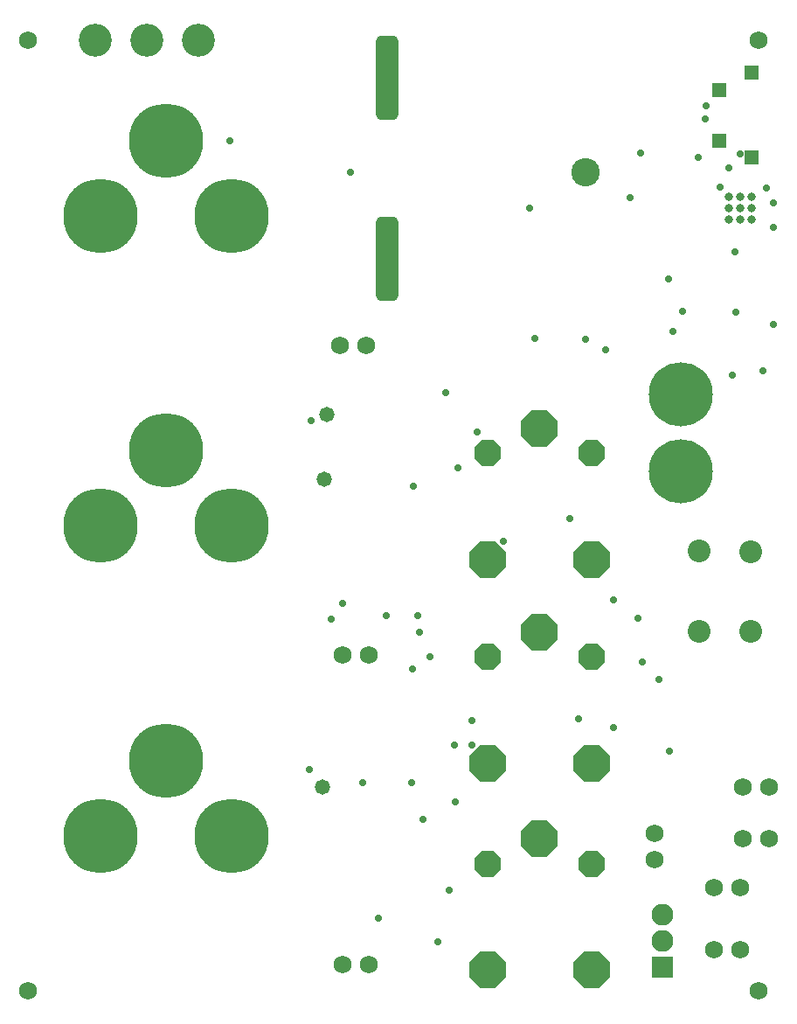
<source format=gbs>
G04 Layer_Color=8150272*
%FSLAX24Y24*%
%MOIN*%
G70*
G01*
G75*
%ADD90C,0.1261*%
%ADD91C,0.0680*%
%ADD92C,0.2836*%
%ADD93C,0.2442*%
%ADD94C,0.0867*%
%ADD95P,0.1098X8X292.5*%
%ADD96P,0.1524X8X292.5*%
%ADD97C,0.1080*%
%ADD98C,0.0830*%
%ADD99R,0.0830X0.0830*%
G04:AMPARAMS|DCode=100|XSize=323mil|YSize=86.7mil|CornerRadius=23.7mil|HoleSize=0mil|Usage=FLASHONLY|Rotation=270.000|XOffset=0mil|YOffset=0mil|HoleType=Round|Shape=RoundedRectangle|*
%AMROUNDEDRECTD100*
21,1,0.3230,0.0394,0,0,270.0*
21,1,0.2756,0.0867,0,0,270.0*
1,1,0.0474,-0.0197,-0.1378*
1,1,0.0474,-0.0197,0.1378*
1,1,0.0474,0.0197,0.1378*
1,1,0.0474,0.0197,-0.1378*
%
%ADD100ROUNDEDRECTD100*%
%ADD101R,0.0580X0.0580*%
%ADD102C,0.0277*%
%ADD103C,0.0580*%
%ADD104C,0.0316*%
D90*
X17323Y47244D02*
D03*
X15354D02*
D03*
X13386D02*
D03*
D91*
X38681Y11024D02*
D03*
X38000Y12598D02*
D03*
X37000D02*
D03*
X38000Y14961D02*
D03*
X37000D02*
D03*
X38681Y47244D02*
D03*
X10827D02*
D03*
X23819Y23819D02*
D03*
X22819D02*
D03*
X23720Y35630D02*
D03*
X22720D02*
D03*
X38091Y18799D02*
D03*
X39091D02*
D03*
X38091Y16831D02*
D03*
X39091D02*
D03*
X10827Y11024D02*
D03*
X34744Y17035D02*
D03*
Y16035D02*
D03*
X23819Y12008D02*
D03*
X22819D02*
D03*
D92*
X13602Y40551D02*
D03*
X16102Y43425D02*
D03*
X18602Y40551D02*
D03*
X13602Y28740D02*
D03*
X16102Y31614D02*
D03*
X18602Y28740D02*
D03*
X13602Y16929D02*
D03*
X16102Y19803D02*
D03*
X18602Y16929D02*
D03*
D93*
X35728Y30807D02*
D03*
Y33760D02*
D03*
D94*
X36417Y24720D02*
D03*
X38387Y24705D02*
D03*
X36417Y27772D02*
D03*
X38387Y27756D02*
D03*
D95*
X28365Y15869D02*
D03*
X32315D02*
D03*
X28365Y23743D02*
D03*
X32315D02*
D03*
Y31518D02*
D03*
X28365D02*
D03*
D96*
X30315Y16818D02*
D03*
X32315Y11818D02*
D03*
X28365D02*
D03*
X30315Y24693D02*
D03*
X32315Y19693D02*
D03*
X28365D02*
D03*
Y27468D02*
D03*
X32315D02*
D03*
X30315Y32468D02*
D03*
D97*
X32111Y42222D02*
D03*
D98*
X35039Y13909D02*
D03*
Y12909D02*
D03*
D99*
Y11909D02*
D03*
D100*
X24528Y38928D02*
D03*
Y45818D02*
D03*
D101*
X38417Y42776D02*
D03*
Y46004D02*
D03*
X37205Y45344D02*
D03*
Y43435D02*
D03*
D102*
X24213Y13780D02*
D03*
X26476Y12894D02*
D03*
X22844Y25787D02*
D03*
X26880Y14860D02*
D03*
X33160Y25925D02*
D03*
Y21070D02*
D03*
X34090Y25214D02*
D03*
X31490Y29016D02*
D03*
X27963Y32333D02*
D03*
X28960Y28160D02*
D03*
X25530Y30240D02*
D03*
X21640Y32760D02*
D03*
X34900Y22890D02*
D03*
X34250Y23540D02*
D03*
X24508Y25330D02*
D03*
X25700D02*
D03*
X32864Y35460D02*
D03*
X39257Y41043D02*
D03*
X39270Y36420D02*
D03*
X38990Y41610D02*
D03*
X39270Y40120D02*
D03*
X37820Y36890D02*
D03*
X23130Y42230D02*
D03*
X34210Y42950D02*
D03*
X32096Y35850D02*
D03*
X35270Y38160D02*
D03*
X18520Y43430D02*
D03*
X36390Y42792D02*
D03*
X21570Y19470D02*
D03*
X25900Y17565D02*
D03*
X36670Y44260D02*
D03*
X37992Y42930D02*
D03*
X27240Y30970D02*
D03*
X27770Y21310D02*
D03*
X25770Y24690D02*
D03*
X25510Y23280D02*
D03*
X26160Y23750D02*
D03*
X26772Y33810D02*
D03*
X35430Y36140D02*
D03*
X36690Y44740D02*
D03*
X37230Y41670D02*
D03*
X37790Y39180D02*
D03*
X27129Y18209D02*
D03*
X22410Y25197D02*
D03*
X29960Y40850D02*
D03*
X35790Y36920D02*
D03*
X38878Y34660D02*
D03*
X25465Y18950D02*
D03*
X23610D02*
D03*
X30160Y35890D02*
D03*
X37700Y34498D02*
D03*
X27110Y20380D02*
D03*
X27770D02*
D03*
X31820Y21390D02*
D03*
X33800Y41270D02*
D03*
X35280Y20160D02*
D03*
X37559Y42402D02*
D03*
D103*
X22146Y30512D02*
D03*
X22244Y32972D02*
D03*
X22047Y18799D02*
D03*
D104*
X37559Y40413D02*
D03*
Y40846D02*
D03*
Y41280D02*
D03*
X37992Y40413D02*
D03*
Y40846D02*
D03*
Y41280D02*
D03*
X38425Y40413D02*
D03*
Y40846D02*
D03*
Y41280D02*
D03*
M02*

</source>
